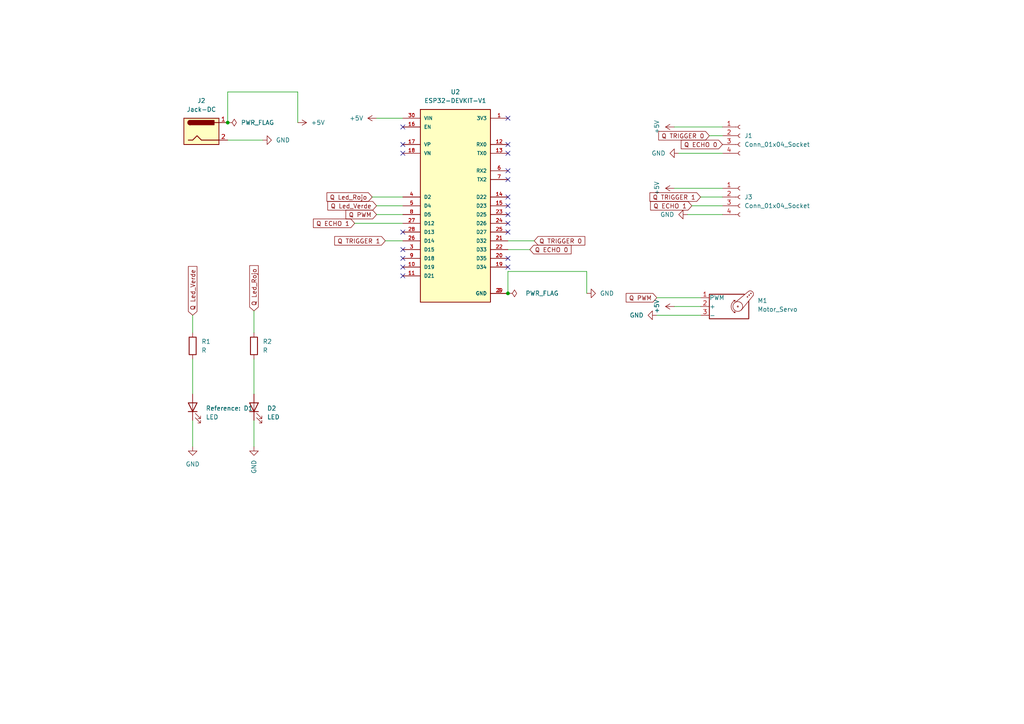
<source format=kicad_sch>
(kicad_sch (version 20230121) (generator eeschema)

  (uuid 752c87ae-885d-4a91-83b0-e2a207b71f85)

  (paper "A4")

  (lib_symbols
    (symbol "Connector:Conn_01x04_Socket" (pin_names (offset 1.016) hide) (in_bom yes) (on_board yes)
      (property "Reference" "J" (at 0 5.08 0)
        (effects (font (size 1.27 1.27)))
      )
      (property "Value" "Conn_01x04_Socket" (at 0 -7.62 0)
        (effects (font (size 1.27 1.27)))
      )
      (property "Footprint" "" (at 0 0 0)
        (effects (font (size 1.27 1.27)) hide)
      )
      (property "Datasheet" "~" (at 0 0 0)
        (effects (font (size 1.27 1.27)) hide)
      )
      (property "ki_locked" "" (at 0 0 0)
        (effects (font (size 1.27 1.27)))
      )
      (property "ki_keywords" "connector" (at 0 0 0)
        (effects (font (size 1.27 1.27)) hide)
      )
      (property "ki_description" "Generic connector, single row, 01x04, script generated" (at 0 0 0)
        (effects (font (size 1.27 1.27)) hide)
      )
      (property "ki_fp_filters" "Connector*:*_1x??_*" (at 0 0 0)
        (effects (font (size 1.27 1.27)) hide)
      )
      (symbol "Conn_01x04_Socket_1_1"
        (arc (start 0 -4.572) (mid -0.5058 -5.08) (end 0 -5.588)
          (stroke (width 0.1524) (type default))
          (fill (type none))
        )
        (arc (start 0 -2.032) (mid -0.5058 -2.54) (end 0 -3.048)
          (stroke (width 0.1524) (type default))
          (fill (type none))
        )
        (polyline
          (pts
            (xy -1.27 -5.08)
            (xy -0.508 -5.08)
          )
          (stroke (width 0.1524) (type default))
          (fill (type none))
        )
        (polyline
          (pts
            (xy -1.27 -2.54)
            (xy -0.508 -2.54)
          )
          (stroke (width 0.1524) (type default))
          (fill (type none))
        )
        (polyline
          (pts
            (xy -1.27 0)
            (xy -0.508 0)
          )
          (stroke (width 0.1524) (type default))
          (fill (type none))
        )
        (polyline
          (pts
            (xy -1.27 2.54)
            (xy -0.508 2.54)
          )
          (stroke (width 0.1524) (type default))
          (fill (type none))
        )
        (arc (start 0 0.508) (mid -0.5058 0) (end 0 -0.508)
          (stroke (width 0.1524) (type default))
          (fill (type none))
        )
        (arc (start 0 3.048) (mid -0.5058 2.54) (end 0 2.032)
          (stroke (width 0.1524) (type default))
          (fill (type none))
        )
        (pin passive line (at -5.08 2.54 0) (length 3.81)
          (name "Pin_1" (effects (font (size 1.27 1.27))))
          (number "1" (effects (font (size 1.27 1.27))))
        )
        (pin passive line (at -5.08 0 0) (length 3.81)
          (name "Pin_2" (effects (font (size 1.27 1.27))))
          (number "2" (effects (font (size 1.27 1.27))))
        )
        (pin passive line (at -5.08 -2.54 0) (length 3.81)
          (name "Pin_3" (effects (font (size 1.27 1.27))))
          (number "3" (effects (font (size 1.27 1.27))))
        )
        (pin passive line (at -5.08 -5.08 0) (length 3.81)
          (name "Pin_4" (effects (font (size 1.27 1.27))))
          (number "4" (effects (font (size 1.27 1.27))))
        )
      )
    )
    (symbol "Connector:Jack-DC" (pin_names (offset 1.016)) (in_bom yes) (on_board yes)
      (property "Reference" "J" (at 0 5.334 0)
        (effects (font (size 1.27 1.27)))
      )
      (property "Value" "Jack-DC" (at 0 -5.08 0)
        (effects (font (size 1.27 1.27)))
      )
      (property "Footprint" "" (at 1.27 -1.016 0)
        (effects (font (size 1.27 1.27)) hide)
      )
      (property "Datasheet" "~" (at 1.27 -1.016 0)
        (effects (font (size 1.27 1.27)) hide)
      )
      (property "ki_keywords" "DC power barrel jack connector" (at 0 0 0)
        (effects (font (size 1.27 1.27)) hide)
      )
      (property "ki_description" "DC Barrel Jack" (at 0 0 0)
        (effects (font (size 1.27 1.27)) hide)
      )
      (property "ki_fp_filters" "BarrelJack*" (at 0 0 0)
        (effects (font (size 1.27 1.27)) hide)
      )
      (symbol "Jack-DC_0_1"
        (rectangle (start -5.08 3.81) (end 5.08 -3.81)
          (stroke (width 0.254) (type default))
          (fill (type background))
        )
        (arc (start -3.302 3.175) (mid -3.9343 2.54) (end -3.302 1.905)
          (stroke (width 0.254) (type default))
          (fill (type none))
        )
        (arc (start -3.302 3.175) (mid -3.9343 2.54) (end -3.302 1.905)
          (stroke (width 0.254) (type default))
          (fill (type outline))
        )
        (polyline
          (pts
            (xy 5.08 2.54)
            (xy 3.81 2.54)
          )
          (stroke (width 0.254) (type default))
          (fill (type none))
        )
        (polyline
          (pts
            (xy -3.81 -2.54)
            (xy -2.54 -2.54)
            (xy -1.27 -1.27)
            (xy 0 -2.54)
            (xy 2.54 -2.54)
            (xy 5.08 -2.54)
          )
          (stroke (width 0.254) (type default))
          (fill (type none))
        )
        (rectangle (start 3.683 3.175) (end -3.302 1.905)
          (stroke (width 0.254) (type default))
          (fill (type outline))
        )
      )
      (symbol "Jack-DC_1_1"
        (pin passive line (at 7.62 2.54 180) (length 2.54)
          (name "~" (effects (font (size 1.27 1.27))))
          (number "1" (effects (font (size 1.27 1.27))))
        )
        (pin passive line (at 7.62 -2.54 180) (length 2.54)
          (name "~" (effects (font (size 1.27 1.27))))
          (number "2" (effects (font (size 1.27 1.27))))
        )
      )
    )
    (symbol "Device:LED" (pin_numbers hide) (pin_names (offset 1.016) hide) (in_bom yes) (on_board yes)
      (property "Reference" "D" (at 0 2.54 0)
        (effects (font (size 1.27 1.27)))
      )
      (property "Value" "LED" (at 0 -2.54 0)
        (effects (font (size 1.27 1.27)))
      )
      (property "Footprint" "" (at 0 0 0)
        (effects (font (size 1.27 1.27)) hide)
      )
      (property "Datasheet" "~" (at 0 0 0)
        (effects (font (size 1.27 1.27)) hide)
      )
      (property "ki_keywords" "LED diode" (at 0 0 0)
        (effects (font (size 1.27 1.27)) hide)
      )
      (property "ki_description" "Light emitting diode" (at 0 0 0)
        (effects (font (size 1.27 1.27)) hide)
      )
      (property "ki_fp_filters" "LED* LED_SMD:* LED_THT:*" (at 0 0 0)
        (effects (font (size 1.27 1.27)) hide)
      )
      (symbol "LED_0_1"
        (polyline
          (pts
            (xy -1.27 -1.27)
            (xy -1.27 1.27)
          )
          (stroke (width 0.254) (type default))
          (fill (type none))
        )
        (polyline
          (pts
            (xy -1.27 0)
            (xy 1.27 0)
          )
          (stroke (width 0) (type default))
          (fill (type none))
        )
        (polyline
          (pts
            (xy 1.27 -1.27)
            (xy 1.27 1.27)
            (xy -1.27 0)
            (xy 1.27 -1.27)
          )
          (stroke (width 0.254) (type default))
          (fill (type none))
        )
        (polyline
          (pts
            (xy -3.048 -0.762)
            (xy -4.572 -2.286)
            (xy -3.81 -2.286)
            (xy -4.572 -2.286)
            (xy -4.572 -1.524)
          )
          (stroke (width 0) (type default))
          (fill (type none))
        )
        (polyline
          (pts
            (xy -1.778 -0.762)
            (xy -3.302 -2.286)
            (xy -2.54 -2.286)
            (xy -3.302 -2.286)
            (xy -3.302 -1.524)
          )
          (stroke (width 0) (type default))
          (fill (type none))
        )
      )
      (symbol "LED_1_1"
        (pin passive line (at -3.81 0 0) (length 2.54)
          (name "K" (effects (font (size 1.27 1.27))))
          (number "1" (effects (font (size 1.27 1.27))))
        )
        (pin passive line (at 3.81 0 180) (length 2.54)
          (name "A" (effects (font (size 1.27 1.27))))
          (number "2" (effects (font (size 1.27 1.27))))
        )
      )
    )
    (symbol "Device:R" (pin_numbers hide) (pin_names (offset 0)) (in_bom yes) (on_board yes)
      (property "Reference" "R" (at 2.032 0 90)
        (effects (font (size 1.27 1.27)))
      )
      (property "Value" "R" (at 0 0 90)
        (effects (font (size 1.27 1.27)))
      )
      (property "Footprint" "" (at -1.778 0 90)
        (effects (font (size 1.27 1.27)) hide)
      )
      (property "Datasheet" "~" (at 0 0 0)
        (effects (font (size 1.27 1.27)) hide)
      )
      (property "ki_keywords" "R res resistor" (at 0 0 0)
        (effects (font (size 1.27 1.27)) hide)
      )
      (property "ki_description" "Resistor" (at 0 0 0)
        (effects (font (size 1.27 1.27)) hide)
      )
      (property "ki_fp_filters" "R_*" (at 0 0 0)
        (effects (font (size 1.27 1.27)) hide)
      )
      (symbol "R_0_1"
        (rectangle (start -1.016 -2.54) (end 1.016 2.54)
          (stroke (width 0.254) (type default))
          (fill (type none))
        )
      )
      (symbol "R_1_1"
        (pin passive line (at 0 3.81 270) (length 1.27)
          (name "~" (effects (font (size 1.27 1.27))))
          (number "1" (effects (font (size 1.27 1.27))))
        )
        (pin passive line (at 0 -3.81 90) (length 1.27)
          (name "~" (effects (font (size 1.27 1.27))))
          (number "2" (effects (font (size 1.27 1.27))))
        )
      )
    )
    (symbol "ESP32-DEVKIT-V1:ESP32-DEVKIT-V1" (pin_names (offset 1.016)) (in_bom yes) (on_board yes)
      (property "Reference" "U" (at -10.16 30.48 0)
        (effects (font (size 1.27 1.27)) (justify left bottom))
      )
      (property "Value" "ESP32-DEVKIT-V1" (at -10.16 -30.48 0)
        (effects (font (size 1.27 1.27)) (justify left bottom))
      )
      (property "Footprint" "MODULE_ESP32_DEVKIT_V1" (at 0 0 0)
        (effects (font (size 1.27 1.27)) (justify left bottom) hide)
      )
      (property "Datasheet" "" (at 0 0 0)
        (effects (font (size 1.27 1.27)) (justify left bottom) hide)
      )
      (property "MF" "Do it" (at 0 0 0)
        (effects (font (size 1.27 1.27)) (justify left bottom) hide)
      )
      (property "MAXIMUM_PACKAGE_HEIGHT" "6.8 mm" (at 0 0 0)
        (effects (font (size 1.27 1.27)) (justify left bottom) hide)
      )
      (property "Package" "None" (at 0 0 0)
        (effects (font (size 1.27 1.27)) (justify left bottom) hide)
      )
      (property "Price" "None" (at 0 0 0)
        (effects (font (size 1.27 1.27)) (justify left bottom) hide)
      )
      (property "Check_prices" "https://www.snapeda.com/parts/ESP32-DEVKIT-V1/Do+it/view-part/?ref=eda" (at 0 0 0)
        (effects (font (size 1.27 1.27)) (justify left bottom) hide)
      )
      (property "STANDARD" "Manufacturer Recommendations" (at 0 0 0)
        (effects (font (size 1.27 1.27)) (justify left bottom) hide)
      )
      (property "PARTREV" "N/A" (at 0 0 0)
        (effects (font (size 1.27 1.27)) (justify left bottom) hide)
      )
      (property "SnapEDA_Link" "https://www.snapeda.com/parts/ESP32-DEVKIT-V1/Do+it/view-part/?ref=snap" (at 0 0 0)
        (effects (font (size 1.27 1.27)) (justify left bottom) hide)
      )
      (property "MP" "ESP32-DEVKIT-V1" (at 0 0 0)
        (effects (font (size 1.27 1.27)) (justify left bottom) hide)
      )
      (property "Description" "\\nDual core, Wi-Fi: 2.4 GHz up to 150 Mbits/s,BLE (Bluetooth Low Energy) and legacy Bluetooth, 32 bits, Up to 240 MHz\\n" (at 0 0 0)
        (effects (font (size 1.27 1.27)) (justify left bottom) hide)
      )
      (property "Availability" "Not in stock" (at 0 0 0)
        (effects (font (size 1.27 1.27)) (justify left bottom) hide)
      )
      (property "MANUFACTURER" "DOIT" (at 0 0 0)
        (effects (font (size 1.27 1.27)) (justify left bottom) hide)
      )
      (property "ki_locked" "" (at 0 0 0)
        (effects (font (size 1.27 1.27)))
      )
      (symbol "ESP32-DEVKIT-V1_0_0"
        (rectangle (start -10.16 -27.94) (end 10.16 27.94)
          (stroke (width 0.254) (type solid))
          (fill (type background))
        )
        (pin output line (at 15.24 25.4 180) (length 5.08)
          (name "3V3" (effects (font (size 1.016 1.016))))
          (number "1" (effects (font (size 1.016 1.016))))
        )
        (pin bidirectional line (at -15.24 -17.78 0) (length 5.08)
          (name "D19" (effects (font (size 1.016 1.016))))
          (number "10" (effects (font (size 1.016 1.016))))
        )
        (pin bidirectional line (at -15.24 -20.32 0) (length 5.08)
          (name "D21" (effects (font (size 1.016 1.016))))
          (number "11" (effects (font (size 1.016 1.016))))
        )
        (pin input line (at 15.24 17.78 180) (length 5.08)
          (name "RX0" (effects (font (size 1.016 1.016))))
          (number "12" (effects (font (size 1.016 1.016))))
        )
        (pin output line (at 15.24 15.24 180) (length 5.08)
          (name "TX0" (effects (font (size 1.016 1.016))))
          (number "13" (effects (font (size 1.016 1.016))))
        )
        (pin bidirectional line (at 15.24 2.54 180) (length 5.08)
          (name "D22" (effects (font (size 1.016 1.016))))
          (number "14" (effects (font (size 1.016 1.016))))
        )
        (pin bidirectional line (at 15.24 0 180) (length 5.08)
          (name "D23" (effects (font (size 1.016 1.016))))
          (number "15" (effects (font (size 1.016 1.016))))
        )
        (pin input line (at -15.24 22.86 0) (length 5.08)
          (name "EN" (effects (font (size 1.016 1.016))))
          (number "16" (effects (font (size 1.016 1.016))))
        )
        (pin bidirectional line (at -15.24 17.78 0) (length 5.08)
          (name "VP" (effects (font (size 1.016 1.016))))
          (number "17" (effects (font (size 1.016 1.016))))
        )
        (pin bidirectional line (at -15.24 15.24 0) (length 5.08)
          (name "VN" (effects (font (size 1.016 1.016))))
          (number "18" (effects (font (size 1.016 1.016))))
        )
        (pin bidirectional line (at 15.24 -17.78 180) (length 5.08)
          (name "D34" (effects (font (size 1.016 1.016))))
          (number "19" (effects (font (size 1.016 1.016))))
        )
        (pin power_in line (at 15.24 -25.4 180) (length 5.08)
          (name "GND" (effects (font (size 1.016 1.016))))
          (number "2" (effects (font (size 1.016 1.016))))
        )
        (pin bidirectional line (at 15.24 -15.24 180) (length 5.08)
          (name "D35" (effects (font (size 1.016 1.016))))
          (number "20" (effects (font (size 1.016 1.016))))
        )
        (pin bidirectional line (at 15.24 -10.16 180) (length 5.08)
          (name "D32" (effects (font (size 1.016 1.016))))
          (number "21" (effects (font (size 1.016 1.016))))
        )
        (pin bidirectional line (at 15.24 -12.7 180) (length 5.08)
          (name "D33" (effects (font (size 1.016 1.016))))
          (number "22" (effects (font (size 1.016 1.016))))
        )
        (pin bidirectional line (at 15.24 -2.54 180) (length 5.08)
          (name "D25" (effects (font (size 1.016 1.016))))
          (number "23" (effects (font (size 1.016 1.016))))
        )
        (pin bidirectional line (at 15.24 -5.08 180) (length 5.08)
          (name "D26" (effects (font (size 1.016 1.016))))
          (number "24" (effects (font (size 1.016 1.016))))
        )
        (pin bidirectional line (at 15.24 -7.62 180) (length 5.08)
          (name "D27" (effects (font (size 1.016 1.016))))
          (number "25" (effects (font (size 1.016 1.016))))
        )
        (pin bidirectional line (at -15.24 -10.16 0) (length 5.08)
          (name "D14" (effects (font (size 1.016 1.016))))
          (number "26" (effects (font (size 1.016 1.016))))
        )
        (pin bidirectional line (at -15.24 -5.08 0) (length 5.08)
          (name "D12" (effects (font (size 1.016 1.016))))
          (number "27" (effects (font (size 1.016 1.016))))
        )
        (pin bidirectional line (at -15.24 -7.62 0) (length 5.08)
          (name "D13" (effects (font (size 1.016 1.016))))
          (number "28" (effects (font (size 1.016 1.016))))
        )
        (pin power_in line (at 15.24 -25.4 180) (length 5.08)
          (name "GND" (effects (font (size 1.016 1.016))))
          (number "29" (effects (font (size 1.016 1.016))))
        )
        (pin bidirectional line (at -15.24 -12.7 0) (length 5.08)
          (name "D15" (effects (font (size 1.016 1.016))))
          (number "3" (effects (font (size 1.016 1.016))))
        )
        (pin input line (at -15.24 25.4 0) (length 5.08)
          (name "VIN" (effects (font (size 1.016 1.016))))
          (number "30" (effects (font (size 1.016 1.016))))
        )
        (pin bidirectional line (at -15.24 2.54 0) (length 5.08)
          (name "D2" (effects (font (size 1.016 1.016))))
          (number "4" (effects (font (size 1.016 1.016))))
        )
        (pin bidirectional line (at -15.24 0 0) (length 5.08)
          (name "D4" (effects (font (size 1.016 1.016))))
          (number "5" (effects (font (size 1.016 1.016))))
        )
        (pin input line (at 15.24 10.16 180) (length 5.08)
          (name "RX2" (effects (font (size 1.016 1.016))))
          (number "6" (effects (font (size 1.016 1.016))))
        )
        (pin output line (at 15.24 7.62 180) (length 5.08)
          (name "TX2" (effects (font (size 1.016 1.016))))
          (number "7" (effects (font (size 1.016 1.016))))
        )
        (pin bidirectional line (at -15.24 -2.54 0) (length 5.08)
          (name "D5" (effects (font (size 1.016 1.016))))
          (number "8" (effects (font (size 1.016 1.016))))
        )
        (pin bidirectional line (at -15.24 -15.24 0) (length 5.08)
          (name "D18" (effects (font (size 1.016 1.016))))
          (number "9" (effects (font (size 1.016 1.016))))
        )
      )
    )
    (symbol "Motor:Motor_Servo" (pin_names (offset 0.0254)) (in_bom yes) (on_board yes)
      (property "Reference" "M" (at -5.08 4.445 0)
        (effects (font (size 1.27 1.27)) (justify left))
      )
      (property "Value" "Motor_Servo" (at -5.08 -4.064 0)
        (effects (font (size 1.27 1.27)) (justify left top))
      )
      (property "Footprint" "" (at 0 -4.826 0)
        (effects (font (size 1.27 1.27)) hide)
      )
      (property "Datasheet" "http://forums.parallax.com/uploads/attachments/46831/74481.png" (at 0 -4.826 0)
        (effects (font (size 1.27 1.27)) hide)
      )
      (property "ki_keywords" "Servo Motor" (at 0 0 0)
        (effects (font (size 1.27 1.27)) hide)
      )
      (property "ki_description" "Servo Motor (Futaba, HiTec, JR connector)" (at 0 0 0)
        (effects (font (size 1.27 1.27)) hide)
      )
      (property "ki_fp_filters" "PinHeader*P2.54mm*" (at 0 0 0)
        (effects (font (size 1.27 1.27)) hide)
      )
      (symbol "Motor_Servo_0_1"
        (polyline
          (pts
            (xy 2.413 -1.778)
            (xy 2.032 -1.778)
          )
          (stroke (width 0) (type default))
          (fill (type none))
        )
        (polyline
          (pts
            (xy 2.413 -1.778)
            (xy 2.286 -1.397)
          )
          (stroke (width 0) (type default))
          (fill (type none))
        )
        (polyline
          (pts
            (xy 2.413 1.778)
            (xy 1.905 1.778)
          )
          (stroke (width 0) (type default))
          (fill (type none))
        )
        (polyline
          (pts
            (xy 2.413 1.778)
            (xy 2.286 1.397)
          )
          (stroke (width 0) (type default))
          (fill (type none))
        )
        (polyline
          (pts
            (xy 6.35 4.445)
            (xy 2.54 1.27)
          )
          (stroke (width 0) (type default))
          (fill (type none))
        )
        (polyline
          (pts
            (xy 7.62 3.175)
            (xy 4.191 -1.016)
          )
          (stroke (width 0) (type default))
          (fill (type none))
        )
        (polyline
          (pts
            (xy 5.08 3.556)
            (xy -5.08 3.556)
            (xy -5.08 -3.556)
            (xy 6.35 -3.556)
            (xy 6.35 1.524)
          )
          (stroke (width 0.254) (type default))
          (fill (type none))
        )
        (arc (start 2.413 1.778) (mid 1.2406 0) (end 2.413 -1.778)
          (stroke (width 0) (type default))
          (fill (type none))
        )
        (circle (center 3.175 0) (radius 0.1778)
          (stroke (width 0) (type default))
          (fill (type none))
        )
        (circle (center 3.175 0) (radius 1.4224)
          (stroke (width 0) (type default))
          (fill (type none))
        )
        (circle (center 5.969 2.794) (radius 0.127)
          (stroke (width 0) (type default))
          (fill (type none))
        )
        (circle (center 6.477 3.302) (radius 0.127)
          (stroke (width 0) (type default))
          (fill (type none))
        )
        (circle (center 6.985 3.81) (radius 0.127)
          (stroke (width 0) (type default))
          (fill (type none))
        )
        (arc (start 7.62 3.175) (mid 7.4485 4.2735) (end 6.35 4.445)
          (stroke (width 0) (type default))
          (fill (type none))
        )
      )
      (symbol "Motor_Servo_1_1"
        (pin passive line (at -7.62 2.54 0) (length 2.54)
          (name "PWM" (effects (font (size 1.27 1.27))))
          (number "1" (effects (font (size 1.27 1.27))))
        )
        (pin passive line (at -7.62 0 0) (length 2.54)
          (name "+" (effects (font (size 1.27 1.27))))
          (number "2" (effects (font (size 1.27 1.27))))
        )
        (pin passive line (at -7.62 -2.54 0) (length 2.54)
          (name "-" (effects (font (size 1.27 1.27))))
          (number "3" (effects (font (size 1.27 1.27))))
        )
      )
    )
    (symbol "power:+5V" (power) (pin_names (offset 0)) (in_bom yes) (on_board yes)
      (property "Reference" "#PWR" (at 0 -3.81 0)
        (effects (font (size 1.27 1.27)) hide)
      )
      (property "Value" "+5V" (at 0 3.556 0)
        (effects (font (size 1.27 1.27)))
      )
      (property "Footprint" "" (at 0 0 0)
        (effects (font (size 1.27 1.27)) hide)
      )
      (property "Datasheet" "" (at 0 0 0)
        (effects (font (size 1.27 1.27)) hide)
      )
      (property "ki_keywords" "global power" (at 0 0 0)
        (effects (font (size 1.27 1.27)) hide)
      )
      (property "ki_description" "Power symbol creates a global label with name \"+5V\"" (at 0 0 0)
        (effects (font (size 1.27 1.27)) hide)
      )
      (symbol "+5V_0_1"
        (polyline
          (pts
            (xy -0.762 1.27)
            (xy 0 2.54)
          )
          (stroke (width 0) (type default))
          (fill (type none))
        )
        (polyline
          (pts
            (xy 0 0)
            (xy 0 2.54)
          )
          (stroke (width 0) (type default))
          (fill (type none))
        )
        (polyline
          (pts
            (xy 0 2.54)
            (xy 0.762 1.27)
          )
          (stroke (width 0) (type default))
          (fill (type none))
        )
      )
      (symbol "+5V_1_1"
        (pin power_in line (at 0 0 90) (length 0) hide
          (name "+5V" (effects (font (size 1.27 1.27))))
          (number "1" (effects (font (size 1.27 1.27))))
        )
      )
    )
    (symbol "power:GND" (power) (pin_names (offset 0)) (in_bom yes) (on_board yes)
      (property "Reference" "#PWR" (at 0 -6.35 0)
        (effects (font (size 1.27 1.27)) hide)
      )
      (property "Value" "GND" (at 0 -3.81 0)
        (effects (font (size 1.27 1.27)))
      )
      (property "Footprint" "" (at 0 0 0)
        (effects (font (size 1.27 1.27)) hide)
      )
      (property "Datasheet" "" (at 0 0 0)
        (effects (font (size 1.27 1.27)) hide)
      )
      (property "ki_keywords" "global power" (at 0 0 0)
        (effects (font (size 1.27 1.27)) hide)
      )
      (property "ki_description" "Power symbol creates a global label with name \"GND\" , ground" (at 0 0 0)
        (effects (font (size 1.27 1.27)) hide)
      )
      (symbol "GND_0_1"
        (polyline
          (pts
            (xy 0 0)
            (xy 0 -1.27)
            (xy 1.27 -1.27)
            (xy 0 -2.54)
            (xy -1.27 -1.27)
            (xy 0 -1.27)
          )
          (stroke (width 0) (type default))
          (fill (type none))
        )
      )
      (symbol "GND_1_1"
        (pin power_in line (at 0 0 270) (length 0) hide
          (name "GND" (effects (font (size 1.27 1.27))))
          (number "1" (effects (font (size 1.27 1.27))))
        )
      )
    )
    (symbol "power:PWR_FLAG" (power) (pin_numbers hide) (pin_names (offset 0) hide) (in_bom yes) (on_board yes)
      (property "Reference" "#FLG" (at 0 1.905 0)
        (effects (font (size 1.27 1.27)) hide)
      )
      (property "Value" "PWR_FLAG" (at 0 3.81 0)
        (effects (font (size 1.27 1.27)))
      )
      (property "Footprint" "" (at 0 0 0)
        (effects (font (size 1.27 1.27)) hide)
      )
      (property "Datasheet" "~" (at 0 0 0)
        (effects (font (size 1.27 1.27)) hide)
      )
      (property "ki_keywords" "flag power" (at 0 0 0)
        (effects (font (size 1.27 1.27)) hide)
      )
      (property "ki_description" "Special symbol for telling ERC where power comes from" (at 0 0 0)
        (effects (font (size 1.27 1.27)) hide)
      )
      (symbol "PWR_FLAG_0_0"
        (pin power_out line (at 0 0 90) (length 0)
          (name "pwr" (effects (font (size 1.27 1.27))))
          (number "1" (effects (font (size 1.27 1.27))))
        )
      )
      (symbol "PWR_FLAG_0_1"
        (polyline
          (pts
            (xy 0 0)
            (xy 0 1.27)
            (xy -1.016 1.905)
            (xy 0 2.54)
            (xy 1.016 1.905)
            (xy 0 1.27)
          )
          (stroke (width 0) (type default))
          (fill (type none))
        )
      )
    )
  )

  (junction (at 147.32 85.09) (diameter 0) (color 0 0 0 0)
    (uuid 2eb95cee-e6ed-419d-9c9f-385bfa77f78a)
  )
  (junction (at 66.04 35.56) (diameter 0) (color 0 0 0 0)
    (uuid b6ba83d8-c367-485f-9a2e-77e1d585ead2)
  )

  (no_connect (at 147.32 67.31) (uuid 01df4ea7-359a-47a5-a78b-757a6bcd39b4))
  (no_connect (at 116.84 80.01) (uuid 0585f34e-c458-494c-9462-cda4da258a25))
  (no_connect (at 116.84 41.91) (uuid 15bdf3f2-9eb7-4ef4-a38b-66fdae2b312c))
  (no_connect (at 116.84 72.39) (uuid 1697e88f-a51d-4629-9d3d-118a0cf2b0ed))
  (no_connect (at 147.32 77.47) (uuid 1e6f2ee6-aecf-49e9-9e1b-90b3cf6c471b))
  (no_connect (at 147.32 52.07) (uuid 2891ab9c-9b3f-4121-a7d2-cdc302c5f295))
  (no_connect (at 147.32 74.93) (uuid 4c00a605-2128-4f1c-a57e-633b4524c261))
  (no_connect (at 147.32 44.45) (uuid 4de9fa98-423d-4de4-ac26-206d8f7e868b))
  (no_connect (at 147.32 34.29) (uuid 5829c42a-e138-4084-b3dd-c7fed6465229))
  (no_connect (at 147.32 49.53) (uuid 6b96b081-9289-45e3-8863-3b1633c59e19))
  (no_connect (at 116.84 44.45) (uuid 7e84fc19-f554-4862-9b4a-3abdb91fc012))
  (no_connect (at 116.84 36.83) (uuid 88ed87fe-643f-4c52-8046-f726b72376a5))
  (no_connect (at 116.84 74.93) (uuid 892813e0-cb79-4488-a4f7-fcdb04f10a52))
  (no_connect (at 116.84 77.47) (uuid 98996361-a501-4a5f-8ed3-c8eb45a7cba3))
  (no_connect (at 147.32 62.23) (uuid 9c4ef5ff-69ea-44da-a682-e24fc92f7735))
  (no_connect (at 147.32 57.15) (uuid aa94f19c-1aa8-4abf-b37d-a8389fb77a71))
  (no_connect (at 147.32 59.69) (uuid b0905f72-0e4d-44b3-ba7c-ef9462aa37f9))
  (no_connect (at 116.84 67.31) (uuid c41821c2-1160-4de9-bdc2-06fe3fcc9040))
  (no_connect (at 147.32 64.77) (uuid ddf9d28a-cfd7-474d-ae19-440eac7de6d7))
  (no_connect (at 147.32 41.91) (uuid eae17e47-623e-4775-9f95-fd012f2ca221))

  (wire (pts (xy 66.04 26.67) (xy 86.36 26.67))
    (stroke (width 0) (type default))
    (uuid 07dcd0ca-a189-45b6-9724-20414bf2fe59)
  )
  (wire (pts (xy 102.87 64.77) (xy 116.84 64.77))
    (stroke (width 0) (type default))
    (uuid 0dd1647e-14a5-48f7-bb82-39a8973186e8)
  )
  (wire (pts (xy 190.5 91.44) (xy 203.2 91.44))
    (stroke (width 0) (type default))
    (uuid 123b09b0-a6c8-421d-ba8c-0fb545c1790f)
  )
  (wire (pts (xy 86.36 26.67) (xy 86.36 35.56))
    (stroke (width 0) (type default))
    (uuid 132c63bf-dca8-43fc-ac52-6c7f699e9242)
  )
  (wire (pts (xy 195.58 36.83) (xy 209.55 36.83))
    (stroke (width 0) (type default))
    (uuid 1358438e-9743-4f44-ad7e-8fc4364563a0)
  )
  (wire (pts (xy 109.22 62.23) (xy 116.84 62.23))
    (stroke (width 0) (type default))
    (uuid 2337e2b6-69e5-4b03-8c26-bd4ad05440e6)
  )
  (wire (pts (xy 205.74 39.37) (xy 209.55 39.37))
    (stroke (width 0) (type default))
    (uuid 2345e0dd-80a1-4e4a-bf84-5b4aa5b70b7e)
  )
  (wire (pts (xy 195.58 54.61) (xy 209.55 54.61))
    (stroke (width 0) (type default))
    (uuid 2357f210-1188-482f-99be-77ccb25def10)
  )
  (wire (pts (xy 107.95 57.15) (xy 116.84 57.15))
    (stroke (width 0) (type default))
    (uuid 2438cf39-397e-43e0-a2f2-c4540de210e4)
  )
  (wire (pts (xy 109.22 34.29) (xy 116.84 34.29))
    (stroke (width 0) (type default))
    (uuid 27ffa645-bc4a-4dec-a0f3-60feafdda7b9)
  )
  (wire (pts (xy 195.58 88.9) (xy 203.2 88.9))
    (stroke (width 0) (type default))
    (uuid 28931126-0929-4a88-8de0-d9ed5c2b8c92)
  )
  (wire (pts (xy 170.18 78.74) (xy 147.32 78.74))
    (stroke (width 0) (type default))
    (uuid 29d8bb82-d079-4ec5-b847-df2714421449)
  )
  (wire (pts (xy 200.66 59.69) (xy 209.55 59.69))
    (stroke (width 0) (type default))
    (uuid 3d1831c9-8730-44fb-8bb2-e3a34d7678b9)
  )
  (wire (pts (xy 147.32 72.39) (xy 153.67 72.39))
    (stroke (width 0) (type default))
    (uuid 40e1e1e2-96fe-407e-b116-3460cdcfcfa7)
  )
  (wire (pts (xy 66.04 26.67) (xy 66.04 35.56))
    (stroke (width 0) (type default))
    (uuid 45b42162-5f1f-4575-98ed-91cc7507c5bf)
  )
  (wire (pts (xy 66.04 40.64) (xy 76.2 40.64))
    (stroke (width 0) (type default))
    (uuid 5c6ec7f9-c0ab-4443-82b0-7c30972a72ba)
  )
  (wire (pts (xy 73.66 121.92) (xy 73.66 129.54))
    (stroke (width 0) (type default))
    (uuid 6d92f239-9f59-4966-b865-d5d6583703f3)
  )
  (wire (pts (xy 170.18 78.74) (xy 170.18 85.09))
    (stroke (width 0) (type default))
    (uuid 72a79c07-c60e-466a-ba2a-c0ea6c8a5522)
  )
  (wire (pts (xy 199.39 62.23) (xy 209.55 62.23))
    (stroke (width 0) (type default))
    (uuid 781dc2e2-0d89-4b25-bebf-ec95ae464aa7)
  )
  (wire (pts (xy 73.66 90.17) (xy 73.66 96.52))
    (stroke (width 0) (type default))
    (uuid 7a204b45-e627-46e9-979e-0e27c9f8b12f)
  )
  (wire (pts (xy 190.5 86.36) (xy 203.2 86.36))
    (stroke (width 0) (type default))
    (uuid 7b21e7d0-cea5-4237-bd78-a6d57b05e219)
  )
  (wire (pts (xy 55.88 121.92) (xy 55.88 129.54))
    (stroke (width 0) (type default))
    (uuid 9829c20f-6d89-43f5-a794-bf11afa53339)
  )
  (wire (pts (xy 73.66 104.14) (xy 73.66 114.3))
    (stroke (width 0) (type default))
    (uuid a7ee5e1c-3521-44c1-aad9-7a9911c030b7)
  )
  (wire (pts (xy 203.2 57.15) (xy 209.55 57.15))
    (stroke (width 0) (type default))
    (uuid acf6cf44-b9f4-4c22-8e45-63e91cc4191e)
  )
  (wire (pts (xy 55.88 104.14) (xy 55.88 114.3))
    (stroke (width 0) (type default))
    (uuid bd0c775f-98c4-433c-a420-97f1153cd139)
  )
  (wire (pts (xy 147.32 78.74) (xy 147.32 85.09))
    (stroke (width 0) (type default))
    (uuid c45bb2c8-b209-455b-94ca-57c60f79b06e)
  )
  (wire (pts (xy 111.76 69.85) (xy 116.84 69.85))
    (stroke (width 0) (type default))
    (uuid cf4f78c9-a828-4aa3-b91a-349cd3202c4c)
  )
  (wire (pts (xy 109.22 59.69) (xy 116.84 59.69))
    (stroke (width 0) (type default))
    (uuid cfca65a9-cb5e-43f9-8e9d-8c4846ca6ac5)
  )
  (wire (pts (xy 196.85 44.45) (xy 209.55 44.45))
    (stroke (width 0) (type default))
    (uuid d469f038-aa9c-4e26-b9ae-157cc751f54a)
  )
  (wire (pts (xy 147.32 69.85) (xy 154.94 69.85))
    (stroke (width 0) (type default))
    (uuid d51eb94e-8afc-425f-bb28-2136f7f97724)
  )
  (wire (pts (xy 55.88 91.44) (xy 55.88 96.52))
    (stroke (width 0) (type default))
    (uuid ee75276c-0b94-4208-83c8-0cbc1d95dbd3)
  )

  (global_label "Q ECHO 1" (shape input) (at 102.87 64.77 180) (fields_autoplaced)
    (effects (font (size 1.27 1.27)) (justify right))
    (uuid 1a48b1a0-afb2-4385-aa75-62ba479f6e9a)
    (property "Intersheetrefs" "${INTERSHEET_REFS}" (at 90.3296 64.77 0)
      (effects (font (size 1.27 1.27)) (justify right) hide)
    )
  )
  (global_label "Q Led_Rojo" (shape input) (at 73.66 90.17 90) (fields_autoplaced)
    (effects (font (size 1.27 1.27)) (justify left))
    (uuid 28ff31ca-d5fe-4567-a9d9-b1ed84d85f8e)
    (property "Intersheetrefs" "${INTERSHEET_REFS}" (at 73.66 76.4806 90)
      (effects (font (size 1.27 1.27)) (justify left) hide)
    )
  )
  (global_label "Q PWM" (shape input) (at 109.22 62.23 180) (fields_autoplaced)
    (effects (font (size 1.27 1.27)) (justify right))
    (uuid 2aa11377-9108-47db-b9cf-902f4a83b1fa)
    (property "Intersheetrefs" "${INTERSHEET_REFS}" (at 99.7639 62.23 0)
      (effects (font (size 1.27 1.27)) (justify right) hide)
    )
  )
  (global_label "Q Led_Verde" (shape input) (at 55.88 91.44 90) (fields_autoplaced)
    (effects (font (size 1.27 1.27)) (justify left))
    (uuid 4124315d-dd57-4a5c-8c9c-a8cedb7db993)
    (property "Intersheetrefs" "${INTERSHEET_REFS}" (at 55.88 76.7224 90)
      (effects (font (size 1.27 1.27)) (justify left) hide)
    )
  )
  (global_label "Q PWM" (shape input) (at 190.5 86.36 180) (fields_autoplaced)
    (effects (font (size 1.27 1.27)) (justify right))
    (uuid 6538687b-fe32-4db6-8b26-af916397fc13)
    (property "Intersheetrefs" "${INTERSHEET_REFS}" (at 181.0439 86.36 0)
      (effects (font (size 1.27 1.27)) (justify right) hide)
    )
  )
  (global_label "Q Led_Verde" (shape input) (at 109.22 59.69 180) (fields_autoplaced)
    (effects (font (size 1.27 1.27)) (justify right))
    (uuid 81b479bf-17ed-4d1a-a9b3-3fa16f78ab5c)
    (property "Intersheetrefs" "${INTERSHEET_REFS}" (at 94.5024 59.69 0)
      (effects (font (size 1.27 1.27)) (justify right) hide)
    )
  )
  (global_label "Q Led_Rojo" (shape input) (at 107.95 57.15 180) (fields_autoplaced)
    (effects (font (size 1.27 1.27)) (justify right))
    (uuid 84982545-9676-4f02-a1b3-9aa87af468cb)
    (property "Intersheetrefs" "${INTERSHEET_REFS}" (at 94.2606 57.15 0)
      (effects (font (size 1.27 1.27)) (justify right) hide)
    )
  )
  (global_label "Q TRIGGER 1" (shape input) (at 111.76 69.85 180) (fields_autoplaced)
    (effects (font (size 1.27 1.27)) (justify right))
    (uuid 8548d945-1478-4b51-a626-88a9d56507e1)
    (property "Intersheetrefs" "${INTERSHEET_REFS}" (at 96.4982 69.85 0)
      (effects (font (size 1.27 1.27)) (justify right) hide)
    )
  )
  (global_label "Q TRIGGER 0" (shape input) (at 154.94 69.85 0) (fields_autoplaced)
    (effects (font (size 1.27 1.27)) (justify left))
    (uuid 93736cd7-6540-40d5-92e4-97607bf42ad0)
    (property "Intersheetrefs" "${INTERSHEET_REFS}" (at 170.2018 69.85 0)
      (effects (font (size 1.27 1.27)) (justify left) hide)
    )
  )
  (global_label "Q ECHO 0" (shape input) (at 209.55 41.91 180) (fields_autoplaced)
    (effects (font (size 1.27 1.27)) (justify right))
    (uuid 9c37fc02-6baa-4bbe-9dae-388868a88e58)
    (property "Intersheetrefs" "${INTERSHEET_REFS}" (at 197.0096 41.91 0)
      (effects (font (size 1.27 1.27)) (justify right) hide)
    )
  )
  (global_label "Q TRIGGER 1" (shape input) (at 203.2 57.15 180) (fields_autoplaced)
    (effects (font (size 1.27 1.27)) (justify right))
    (uuid c8569ec3-37b8-4b24-9fbc-6def9bca06f5)
    (property "Intersheetrefs" "${INTERSHEET_REFS}" (at 187.9382 57.15 0)
      (effects (font (size 1.27 1.27)) (justify right) hide)
    )
  )
  (global_label "Q ECHO 1" (shape input) (at 200.66 59.69 180) (fields_autoplaced)
    (effects (font (size 1.27 1.27)) (justify right))
    (uuid deff43db-97ec-45bd-a54a-9da4c5d81eb8)
    (property "Intersheetrefs" "${INTERSHEET_REFS}" (at 188.1196 59.69 0)
      (effects (font (size 1.27 1.27)) (justify right) hide)
    )
  )
  (global_label "Q TRIGGER 0" (shape input) (at 205.74 39.37 180) (fields_autoplaced)
    (effects (font (size 1.27 1.27)) (justify right))
    (uuid e9a00021-c552-4cb4-a4f3-515b3d3d2e89)
    (property "Intersheetrefs" "${INTERSHEET_REFS}" (at 190.4782 39.37 0)
      (effects (font (size 1.27 1.27)) (justify right) hide)
    )
  )
  (global_label "Q ECHO 0" (shape input) (at 153.67 72.39 0) (fields_autoplaced)
    (effects (font (size 1.27 1.27)) (justify left))
    (uuid f7ccbb8c-da7a-45ab-868a-37fa4fae8a10)
    (property "Intersheetrefs" "${INTERSHEET_REFS}" (at 166.2104 72.39 0)
      (effects (font (size 1.27 1.27)) (justify left) hide)
    )
  )

  (symbol (lib_id "power:GND") (at 73.66 129.54 0) (mirror y) (unit 1)
    (in_bom yes) (on_board yes) (dnp no)
    (uuid 0ad0dc9d-587e-401d-b891-7b331296d217)
    (property "Reference" "#PWR011" (at 73.66 135.89 0)
      (effects (font (size 1.27 1.27)) hide)
    )
    (property "Value" "GND" (at 73.66 133.35 90)
      (effects (font (size 1.27 1.27)) (justify right))
    )
    (property "Footprint" "" (at 73.66 129.54 0)
      (effects (font (size 1.27 1.27)) hide)
    )
    (property "Datasheet" "" (at 73.66 129.54 0)
      (effects (font (size 1.27 1.27)) hide)
    )
    (pin "1" (uuid 72a24fe1-d423-4306-b105-f805c9999dbd))
    (instances
      (project "Esquema KiCad Proyecto"
        (path "/752c87ae-885d-4a91-83b0-e2a207b71f85"
          (reference "#PWR011") (unit 1)
        )
      )
    )
  )

  (symbol (lib_id "power:GND") (at 190.5 91.44 270) (mirror x) (unit 1)
    (in_bom yes) (on_board yes) (dnp no) (fields_autoplaced)
    (uuid 0ea6189c-6a9a-4ad5-85ec-1e218ca2a655)
    (property "Reference" "#PWR08" (at 184.15 91.44 0)
      (effects (font (size 1.27 1.27)) hide)
    )
    (property "Value" "GND" (at 186.69 91.44 90)
      (effects (font (size 1.27 1.27)) (justify right))
    )
    (property "Footprint" "" (at 190.5 91.44 0)
      (effects (font (size 1.27 1.27)) hide)
    )
    (property "Datasheet" "" (at 190.5 91.44 0)
      (effects (font (size 1.27 1.27)) hide)
    )
    (pin "1" (uuid 0670dc3c-70a2-4c32-b461-749ce2eb8691))
    (instances
      (project "Esquema KiCad Proyecto"
        (path "/752c87ae-885d-4a91-83b0-e2a207b71f85"
          (reference "#PWR08") (unit 1)
        )
      )
    )
  )

  (symbol (lib_id "power:PWR_FLAG") (at 147.32 85.09 270) (mirror x) (unit 1)
    (in_bom yes) (on_board yes) (dnp no)
    (uuid 1c1479d6-25ae-4674-a41a-5fbeb816534e)
    (property "Reference" "#FLG02" (at 149.225 85.09 0)
      (effects (font (size 1.27 1.27)) hide)
    )
    (property "Value" "PWR_FLAG" (at 152.4 85.09 90)
      (effects (font (size 1.27 1.27)) (justify left))
    )
    (property "Footprint" "" (at 147.32 85.09 0)
      (effects (font (size 1.27 1.27)) hide)
    )
    (property "Datasheet" "~" (at 147.32 85.09 0)
      (effects (font (size 1.27 1.27)) hide)
    )
    (pin "1" (uuid 54e04a43-ed1f-40e0-bf03-e9d1c0946a4a))
    (instances
      (project "Esquema KiCad Proyecto"
        (path "/752c87ae-885d-4a91-83b0-e2a207b71f85"
          (reference "#FLG02") (unit 1)
        )
      )
    )
  )

  (symbol (lib_id "power:+5V") (at 195.58 54.61 90) (mirror x) (unit 1)
    (in_bom yes) (on_board yes) (dnp no)
    (uuid 2be052d2-e745-4e48-9d11-7753899a86d4)
    (property "Reference" "#PWR05" (at 199.39 54.61 0)
      (effects (font (size 1.27 1.27)) hide)
    )
    (property "Value" "+5V" (at 190.5 54.61 0)
      (effects (font (size 1.27 1.27)))
    )
    (property "Footprint" "" (at 195.58 54.61 0)
      (effects (font (size 1.27 1.27)) hide)
    )
    (property "Datasheet" "" (at 195.58 54.61 0)
      (effects (font (size 1.27 1.27)) hide)
    )
    (pin "1" (uuid 66ce3836-2169-4da5-8ad0-8a2cb1142387))
    (instances
      (project "Esquema KiCad Proyecto"
        (path "/752c87ae-885d-4a91-83b0-e2a207b71f85"
          (reference "#PWR05") (unit 1)
        )
      )
    )
  )

  (symbol (lib_id "power:+5V") (at 109.22 34.29 90) (mirror x) (unit 1)
    (in_bom yes) (on_board yes) (dnp no) (fields_autoplaced)
    (uuid 353d705a-4b7c-4e8d-8600-3e6678e3d3a4)
    (property "Reference" "#PWR010" (at 113.03 34.29 0)
      (effects (font (size 1.27 1.27)) hide)
    )
    (property "Value" "+5V" (at 105.41 34.29 90)
      (effects (font (size 1.27 1.27)) (justify left))
    )
    (property "Footprint" "" (at 109.22 34.29 0)
      (effects (font (size 1.27 1.27)) hide)
    )
    (property "Datasheet" "" (at 109.22 34.29 0)
      (effects (font (size 1.27 1.27)) hide)
    )
    (pin "1" (uuid 64cf64c9-e4e0-4781-8176-321b426ac4fb))
    (instances
      (project "Esquema KiCad Proyecto"
        (path "/752c87ae-885d-4a91-83b0-e2a207b71f85"
          (reference "#PWR010") (unit 1)
        )
      )
    )
  )

  (symbol (lib_id "Device:LED") (at 55.88 118.11 90) (unit 1)
    (in_bom yes) (on_board yes) (dnp no) (fields_autoplaced)
    (uuid 381762e3-6f09-4bde-8001-0e02617dcb74)
    (property "Reference" "D1" (at 59.69 118.4275 90) (show_name)
      (effects (font (size 1.27 1.27)) (justify right))
    )
    (property "Value" "LED" (at 59.69 120.9675 90)
      (effects (font (size 1.27 1.27)) (justify right))
    )
    (property "Footprint" "LED_THT:LED_D1.8mm_W1.8mm_H2.4mm_Horizontal_O1.27mm_Z1.6mm" (at 55.88 118.11 0)
      (effects (font (size 1.27 1.27)) hide)
    )
    (property "Datasheet" "~" (at 55.88 118.11 0)
      (effects (font (size 1.27 1.27)) hide)
    )
    (pin "1" (uuid 7a26c8c8-0996-4882-8d95-2294d6210606))
    (pin "2" (uuid 99882a1f-15e6-40d7-8fbf-d36b13bef3a9))
    (instances
      (project "Esquema KiCad Proyecto"
        (path "/752c87ae-885d-4a91-83b0-e2a207b71f85"
          (reference "D1") (unit 1)
        )
      )
    )
  )

  (symbol (lib_id "power:+5V") (at 195.58 88.9 90) (mirror x) (unit 1)
    (in_bom yes) (on_board yes) (dnp no)
    (uuid 3a958c07-7152-45ed-a1ba-9321190bcdde)
    (property "Reference" "#PWR09" (at 199.39 88.9 0)
      (effects (font (size 1.27 1.27)) hide)
    )
    (property "Value" "+5V" (at 190.5 88.9 0)
      (effects (font (size 1.27 1.27)))
    )
    (property "Footprint" "" (at 195.58 88.9 0)
      (effects (font (size 1.27 1.27)) hide)
    )
    (property "Datasheet" "" (at 195.58 88.9 0)
      (effects (font (size 1.27 1.27)) hide)
    )
    (pin "1" (uuid 26e984dd-ccb1-4968-b206-652ad2a2f7ca))
    (instances
      (project "Esquema KiCad Proyecto"
        (path "/752c87ae-885d-4a91-83b0-e2a207b71f85"
          (reference "#PWR09") (unit 1)
        )
      )
    )
  )

  (symbol (lib_id "Motor:Motor_Servo") (at 210.82 88.9 0) (unit 1)
    (in_bom yes) (on_board yes) (dnp no) (fields_autoplaced)
    (uuid 3b07e4ab-e6ac-4ca2-8ce2-2f8fd814c8bf)
    (property "Reference" "M1" (at 219.71 87.1966 0)
      (effects (font (size 1.27 1.27)) (justify left))
    )
    (property "Value" "Motor_Servo" (at 219.71 89.7366 0)
      (effects (font (size 1.27 1.27)) (justify left))
    )
    (property "Footprint" "Connector_PinHeader_2.54mm:PinHeader_1x03_P2.54mm_Vertical" (at 210.82 93.726 0)
      (effects (font (size 1.27 1.27)) hide)
    )
    (property "Datasheet" "" (at 210.82 93.726 0)
      (effects (font (size 1.27 1.27)) hide)
    )
    (pin "1" (uuid 530669ad-988d-40b5-80af-7c6f11a13244))
    (pin "2" (uuid 3bf3de5e-5c8f-4d1c-840f-259e26722849))
    (pin "3" (uuid d104b408-42d3-401c-88c5-305bd81261d4))
    (instances
      (project "Esquema KiCad Proyecto"
        (path "/752c87ae-885d-4a91-83b0-e2a207b71f85"
          (reference "M1") (unit 1)
        )
      )
    )
  )

  (symbol (lib_id "power:GND") (at 196.85 44.45 270) (mirror x) (unit 1)
    (in_bom yes) (on_board yes) (dnp no) (fields_autoplaced)
    (uuid 52c9a1fc-eb93-4aee-ae96-50bfb4e0987e)
    (property "Reference" "#PWR07" (at 190.5 44.45 0)
      (effects (font (size 1.27 1.27)) hide)
    )
    (property "Value" "GND" (at 193.04 44.45 90)
      (effects (font (size 1.27 1.27)) (justify right))
    )
    (property "Footprint" "" (at 196.85 44.45 0)
      (effects (font (size 1.27 1.27)) hide)
    )
    (property "Datasheet" "" (at 196.85 44.45 0)
      (effects (font (size 1.27 1.27)) hide)
    )
    (pin "1" (uuid bd789fb4-74f6-4b87-8273-d5783caa337c))
    (instances
      (project "Esquema KiCad Proyecto"
        (path "/752c87ae-885d-4a91-83b0-e2a207b71f85"
          (reference "#PWR07") (unit 1)
        )
      )
    )
  )

  (symbol (lib_id "power:GND") (at 76.2 40.64 90) (mirror x) (unit 1)
    (in_bom yes) (on_board yes) (dnp no) (fields_autoplaced)
    (uuid 62f5c27e-67e9-459a-8eb9-1c593dec0094)
    (property "Reference" "#PWR03" (at 82.55 40.64 0)
      (effects (font (size 1.27 1.27)) hide)
    )
    (property "Value" "GND" (at 80.01 40.64 90)
      (effects (font (size 1.27 1.27)) (justify right))
    )
    (property "Footprint" "" (at 76.2 40.64 0)
      (effects (font (size 1.27 1.27)) hide)
    )
    (property "Datasheet" "" (at 76.2 40.64 0)
      (effects (font (size 1.27 1.27)) hide)
    )
    (pin "1" (uuid d84309c4-528a-4f6c-8ca9-0c58a432fbee))
    (instances
      (project "Esquema KiCad Proyecto"
        (path "/752c87ae-885d-4a91-83b0-e2a207b71f85"
          (reference "#PWR03") (unit 1)
        )
      )
    )
  )

  (symbol (lib_id "Connector:Jack-DC") (at 58.42 38.1 0) (unit 1)
    (in_bom yes) (on_board yes) (dnp no) (fields_autoplaced)
    (uuid 6b36e5f3-5a5d-4ca9-b867-3b9dfd3f8c52)
    (property "Reference" "J2" (at 58.42 29.21 0)
      (effects (font (size 1.27 1.27)))
    )
    (property "Value" "Jack-DC" (at 58.42 31.75 0)
      (effects (font (size 1.27 1.27)))
    )
    (property "Footprint" "Connector_BarrelJack:BarrelJack_CUI_PJ-102AH_Horizontal" (at 59.69 39.116 0)
      (effects (font (size 1.27 1.27)) hide)
    )
    (property "Datasheet" "~" (at 59.69 39.116 0)
      (effects (font (size 1.27 1.27)) hide)
    )
    (pin "1" (uuid 160ad6e2-0705-47e4-bcb1-0ab69bee79f3))
    (pin "2" (uuid 9f44536f-0244-43ae-a52f-dd8726debedb))
    (instances
      (project "Esquema KiCad Proyecto"
        (path "/752c87ae-885d-4a91-83b0-e2a207b71f85"
          (reference "J2") (unit 1)
        )
      )
    )
  )

  (symbol (lib_id "Device:R") (at 73.66 100.33 0) (unit 1)
    (in_bom yes) (on_board yes) (dnp no) (fields_autoplaced)
    (uuid 7be54efb-89c1-4b43-b65c-6d95c76a8b40)
    (property "Reference" "R2" (at 76.2 99.06 0)
      (effects (font (size 1.27 1.27)) (justify left))
    )
    (property "Value" "R" (at 76.2 101.6 0)
      (effects (font (size 1.27 1.27)) (justify left))
    )
    (property "Footprint" "Resistor_THT:R_Axial_DIN0411_L9.9mm_D3.6mm_P12.70mm_Horizontal" (at 71.882 100.33 90)
      (effects (font (size 1.27 1.27)) hide)
    )
    (property "Datasheet" "~" (at 73.66 100.33 0)
      (effects (font (size 1.27 1.27)) hide)
    )
    (pin "1" (uuid 565e0eda-0b83-422e-b150-1f875d4bf6ea))
    (pin "2" (uuid 2b850ebb-c065-4751-8517-1afeb4c306dc))
    (instances
      (project "Esquema KiCad Proyecto"
        (path "/752c87ae-885d-4a91-83b0-e2a207b71f85"
          (reference "R2") (unit 1)
        )
      )
    )
  )

  (symbol (lib_id "ESP32-DEVKIT-V1:ESP32-DEVKIT-V1") (at 132.08 59.69 0) (unit 1)
    (in_bom yes) (on_board yes) (dnp no) (fields_autoplaced)
    (uuid 83ce5a09-8fc2-4031-94a8-2d0031e51ce0)
    (property "Reference" "U2" (at 132.08 26.67 0)
      (effects (font (size 1.27 1.27)))
    )
    (property "Value" "ESP32-DEVKIT-V1" (at 132.08 29.21 0)
      (effects (font (size 1.27 1.27)))
    )
    (property "Footprint" "Esp32:MODULE_ESP32_DEVKIT_V1" (at 132.08 59.69 0)
      (effects (font (size 1.27 1.27)) (justify left bottom) hide)
    )
    (property "Datasheet" "" (at 132.08 59.69 0)
      (effects (font (size 1.27 1.27)) (justify left bottom) hide)
    )
    (property "MF" "Do it" (at 132.08 59.69 0)
      (effects (font (size 1.27 1.27)) (justify left bottom) hide)
    )
    (property "MAXIMUM_PACKAGE_HEIGHT" "6.8 mm" (at 132.08 59.69 0)
      (effects (font (size 1.27 1.27)) (justify left bottom) hide)
    )
    (property "Package" "None" (at 132.08 59.69 0)
      (effects (font (size 1.27 1.27)) (justify left bottom) hide)
    )
    (property "Price" "None" (at 132.08 59.69 0)
      (effects (font (size 1.27 1.27)) (justify left bottom) hide)
    )
    (property "Check_prices" "https://www.snapeda.com/parts/ESP32-DEVKIT-V1/Do+it/view-part/?ref=eda" (at 132.08 59.69 0)
      (effects (font (size 1.27 1.27)) (justify left bottom) hide)
    )
    (property "STANDARD" "Manufacturer Recommendations" (at 132.08 59.69 0)
      (effects (font (size 1.27 1.27)) (justify left bottom) hide)
    )
    (property "PARTREV" "N/A" (at 132.08 59.69 0)
      (effects (font (size 1.27 1.27)) (justify left bottom) hide)
    )
    (property "SnapEDA_Link" "https://www.snapeda.com/parts/ESP32-DEVKIT-V1/Do+it/view-part/?ref=snap" (at 132.08 59.69 0)
      (effects (font (size 1.27 1.27)) (justify left bottom) hide)
    )
    (property "MP" "ESP32-DEVKIT-V1" (at 132.08 59.69 0)
      (effects (font (size 1.27 1.27)) (justify left bottom) hide)
    )
    (property "Description" "\\nDual core, Wi-Fi: 2.4 GHz up to 150 Mbits/s,BLE (Bluetooth Low Energy) and legacy Bluetooth, 32 bits, Up to 240 MHz\\n" (at 132.08 59.69 0)
      (effects (font (size 1.27 1.27)) (justify left bottom) hide)
    )
    (property "Availability" "Not in stock" (at 132.08 59.69 0)
      (effects (font (size 1.27 1.27)) (justify left bottom) hide)
    )
    (property "MANUFACTURER" "DOIT" (at 132.08 59.69 0)
      (effects (font (size 1.27 1.27)) (justify left bottom) hide)
    )
    (pin "1" (uuid cc78bb44-c519-4f1a-b541-a8329e576fde))
    (pin "10" (uuid f6167b42-70a1-45bb-a4de-6359c9a43143))
    (pin "11" (uuid 14b1fa37-9c98-46ff-b938-3aaf08824251))
    (pin "12" (uuid 29ed3520-d024-4909-8f99-a339b7b3f3a6))
    (pin "13" (uuid 568eea56-79a8-4d09-98b8-4c58bad41519))
    (pin "14" (uuid eff6d0a1-5324-4f5c-9e23-90348bb6dfeb))
    (pin "15" (uuid fbde8ce6-d2ad-42bd-ad0b-acb326fe5516))
    (pin "16" (uuid 40d48b51-4c5b-4554-b03c-e8e0dac166c6))
    (pin "17" (uuid 7c4aecde-9d7d-434d-9949-acf8caeb670c))
    (pin "18" (uuid be06dceb-7d96-439a-a1e6-c465794d5b90))
    (pin "19" (uuid 8f9b4eb8-4e9f-4c1c-b9de-3976c8b9d0fd))
    (pin "2" (uuid 3fb6f39e-9af5-456f-bef5-f179a60cc579))
    (pin "20" (uuid d7b25e92-78c1-4db0-bb65-fd540cbc370b))
    (pin "21" (uuid 82661b08-cdd6-4074-b2aa-d89abb4c0457))
    (pin "22" (uuid 977c19e3-9210-4e80-b3d9-b210ad7c22ea))
    (pin "23" (uuid ce35b6eb-56d0-4784-80bb-9235af4095c1))
    (pin "24" (uuid ad0d491b-48b8-4e90-920c-e4ed46b82b35))
    (pin "25" (uuid 0362105f-7c94-416b-991c-e3feb8c85b23))
    (pin "26" (uuid 27f14cf4-c0e9-44da-a490-709c117b0e2f))
    (pin "27" (uuid 7e725f5f-1e22-45ed-a681-965ca3531aef))
    (pin "28" (uuid 907d2949-9808-44b1-94b1-b4aae7a65a96))
    (pin "29" (uuid b2cce36a-5ec0-485a-ab85-140254e75161))
    (pin "3" (uuid ab07d12c-cb56-4658-ab28-5a7ca3c0dc88))
    (pin "30" (uuid f5b29727-9c5e-442e-b8d5-d6733d48685d))
    (pin "4" (uuid 0d523c37-6455-4dc5-9e6b-5659cc141c6f))
    (pin "5" (uuid af0cb5f8-cdd1-4d0a-9262-dfbaed52c783))
    (pin "6" (uuid bc686e27-af5d-4a10-97bd-eb8cb2f399dd))
    (pin "7" (uuid 4b6cab79-5b0c-43e6-a13b-c56576729ee1))
    (pin "8" (uuid 7ada9fd3-7655-4ebe-a141-e918e4192cda))
    (pin "9" (uuid 003c6553-1bec-4169-b286-6dae660c7f8d))
    (instances
      (project "Esquema KiCad Proyecto"
        (path "/752c87ae-885d-4a91-83b0-e2a207b71f85"
          (reference "U2") (unit 1)
        )
      )
    )
  )

  (symbol (lib_id "Device:LED") (at 73.66 118.11 90) (unit 1)
    (in_bom yes) (on_board yes) (dnp no) (fields_autoplaced)
    (uuid 97933a11-9715-457e-8d83-85a991c1a1ed)
    (property "Reference" "D2" (at 77.47 118.4275 90)
      (effects (font (size 1.27 1.27)) (justify right))
    )
    (property "Value" "LED" (at 77.47 120.9675 90)
      (effects (font (size 1.27 1.27)) (justify right))
    )
    (property "Footprint" "LED_THT:LED_D1.8mm_W1.8mm_H2.4mm_Horizontal_O1.27mm_Z1.6mm" (at 73.66 118.11 0)
      (effects (font (size 1.27 1.27)) hide)
    )
    (property "Datasheet" "~" (at 73.66 118.11 0)
      (effects (font (size 1.27 1.27)) hide)
    )
    (pin "1" (uuid a99345b0-ebaf-4c49-a882-822d6c67951f))
    (pin "2" (uuid cca086ff-d8d1-4619-9a00-344fd29c10ac))
    (instances
      (project "Esquema KiCad Proyecto"
        (path "/752c87ae-885d-4a91-83b0-e2a207b71f85"
          (reference "D2") (unit 1)
        )
      )
    )
  )

  (symbol (lib_id "power:GND") (at 199.39 62.23 270) (mirror x) (unit 1)
    (in_bom yes) (on_board yes) (dnp no) (fields_autoplaced)
    (uuid abe4f327-4624-47ff-958c-98b30d02cc55)
    (property "Reference" "#PWR06" (at 193.04 62.23 0)
      (effects (font (size 1.27 1.27)) hide)
    )
    (property "Value" "GND" (at 195.58 62.23 90)
      (effects (font (size 1.27 1.27)) (justify right))
    )
    (property "Footprint" "" (at 199.39 62.23 0)
      (effects (font (size 1.27 1.27)) hide)
    )
    (property "Datasheet" "" (at 199.39 62.23 0)
      (effects (font (size 1.27 1.27)) hide)
    )
    (pin "1" (uuid 2d2c16b7-f544-48e4-833d-9a422e32215d))
    (instances
      (project "Esquema KiCad Proyecto"
        (path "/752c87ae-885d-4a91-83b0-e2a207b71f85"
          (reference "#PWR06") (unit 1)
        )
      )
    )
  )

  (symbol (lib_id "power:GND") (at 55.88 129.54 0) (mirror y) (unit 1)
    (in_bom yes) (on_board yes) (dnp no) (fields_autoplaced)
    (uuid b18ba8d5-ebdc-417e-a473-53d26159179a)
    (property "Reference" "#PWR012" (at 55.88 135.89 0)
      (effects (font (size 1.27 1.27)) hide)
    )
    (property "Value" "GND" (at 55.88 134.62 0)
      (effects (font (size 1.27 1.27)))
    )
    (property "Footprint" "" (at 55.88 129.54 0)
      (effects (font (size 1.27 1.27)) hide)
    )
    (property "Datasheet" "" (at 55.88 129.54 0)
      (effects (font (size 1.27 1.27)) hide)
    )
    (pin "1" (uuid 1477ebe0-f28c-4d49-be70-4eea38cab508))
    (instances
      (project "Esquema KiCad Proyecto"
        (path "/752c87ae-885d-4a91-83b0-e2a207b71f85"
          (reference "#PWR012") (unit 1)
        )
      )
    )
  )

  (symbol (lib_id "Connector:Conn_01x04_Socket") (at 214.63 57.15 0) (unit 1)
    (in_bom yes) (on_board yes) (dnp no) (fields_autoplaced)
    (uuid b2dd558a-f029-403c-959f-f94dbf6bc978)
    (property "Reference" "J3" (at 215.9 57.15 0)
      (effects (font (size 1.27 1.27)) (justify left))
    )
    (property "Value" "Conn_01x04_Socket" (at 215.9 59.69 0)
      (effects (font (size 1.27 1.27)) (justify left))
    )
    (property "Footprint" "Connector_PinSocket_2.54mm:PinSocket_1x04_P2.54mm_Vertical" (at 214.63 57.15 0)
      (effects (font (size 1.27 1.27)) hide)
    )
    (property "Datasheet" "~" (at 214.63 57.15 0)
      (effects (font (size 1.27 1.27)) hide)
    )
    (pin "1" (uuid 68de5813-2429-4897-abd9-cd86c0ea5c16))
    (pin "2" (uuid 0e68b4e3-dc8d-4c9b-92df-ac3928e3a50c))
    (pin "3" (uuid 992b1658-259c-440f-926e-d764a5646f20))
    (pin "4" (uuid cdf0234b-f51a-43fb-a89d-a881deb92510))
    (instances
      (project "Esquema KiCad Proyecto"
        (path "/752c87ae-885d-4a91-83b0-e2a207b71f85"
          (reference "J3") (unit 1)
        )
      )
    )
  )

  (symbol (lib_id "power:GND") (at 170.18 85.09 90) (mirror x) (unit 1)
    (in_bom yes) (on_board yes) (dnp no) (fields_autoplaced)
    (uuid c2be8e9f-635a-4bf2-afb1-980833a16d4e)
    (property "Reference" "#PWR04" (at 176.53 85.09 0)
      (effects (font (size 1.27 1.27)) hide)
    )
    (property "Value" "GND" (at 173.99 85.09 90)
      (effects (font (size 1.27 1.27)) (justify right))
    )
    (property "Footprint" "" (at 170.18 85.09 0)
      (effects (font (size 1.27 1.27)) hide)
    )
    (property "Datasheet" "" (at 170.18 85.09 0)
      (effects (font (size 1.27 1.27)) hide)
    )
    (pin "1" (uuid bac51fb6-2e32-4827-bd6c-e3c2b619ef82))
    (instances
      (project "Esquema KiCad Proyecto"
        (path "/752c87ae-885d-4a91-83b0-e2a207b71f85"
          (reference "#PWR04") (unit 1)
        )
      )
    )
  )

  (symbol (lib_id "Connector:Conn_01x04_Socket") (at 214.63 39.37 0) (unit 1)
    (in_bom yes) (on_board yes) (dnp no) (fields_autoplaced)
    (uuid decbcd4f-eb6e-4dc9-9b6d-2358010e2719)
    (property "Reference" "J1" (at 215.9 39.37 0)
      (effects (font (size 1.27 1.27)) (justify left))
    )
    (property "Value" "Conn_01x04_Socket" (at 215.9 41.91 0)
      (effects (font (size 1.27 1.27)) (justify left))
    )
    (property "Footprint" "Connector_PinSocket_2.54mm:PinSocket_1x04_P2.54mm_Vertical" (at 214.63 39.37 0)
      (effects (font (size 1.27 1.27)) hide)
    )
    (property "Datasheet" "~" (at 214.63 39.37 0)
      (effects (font (size 1.27 1.27)) hide)
    )
    (pin "1" (uuid 20e10a57-bcad-4687-b559-e2e69aa01180))
    (pin "2" (uuid f667708a-1465-43e1-a3e2-a485fd195135))
    (pin "3" (uuid a00292f3-e3ef-41d4-b8ce-684b09c17a3c))
    (pin "4" (uuid 7bd5294b-cd33-4c2d-a5e1-22cb00e57fdd))
    (instances
      (project "Esquema KiCad Proyecto"
        (path "/752c87ae-885d-4a91-83b0-e2a207b71f85"
          (reference "J1") (unit 1)
        )
      )
    )
  )

  (symbol (lib_id "power:PWR_FLAG") (at 66.04 35.56 270) (mirror x) (unit 1)
    (in_bom yes) (on_board yes) (dnp no) (fields_autoplaced)
    (uuid e8b30d27-d60e-4e7d-a495-66f918209076)
    (property "Reference" "#FLG01" (at 67.945 35.56 0)
      (effects (font (size 1.27 1.27)) hide)
    )
    (property "Value" "PWR_FLAG" (at 69.85 35.56 90)
      (effects (font (size 1.27 1.27)) (justify left))
    )
    (property "Footprint" "" (at 66.04 35.56 0)
      (effects (font (size 1.27 1.27)) hide)
    )
    (property "Datasheet" "~" (at 66.04 35.56 0)
      (effects (font (size 1.27 1.27)) hide)
    )
    (pin "1" (uuid 02546010-fd92-4325-b4f2-5d5204596604))
    (instances
      (project "Esquema KiCad Proyecto"
        (path "/752c87ae-885d-4a91-83b0-e2a207b71f85"
          (reference "#FLG01") (unit 1)
        )
      )
    )
  )

  (symbol (lib_id "power:+5V") (at 195.58 36.83 90) (mirror x) (unit 1)
    (in_bom yes) (on_board yes) (dnp no)
    (uuid ef83cc55-57da-4c91-946e-ddd3bacc50fc)
    (property "Reference" "#PWR02" (at 199.39 36.83 0)
      (effects (font (size 1.27 1.27)) hide)
    )
    (property "Value" "+5V" (at 190.5 36.83 0)
      (effects (font (size 1.27 1.27)))
    )
    (property "Footprint" "" (at 195.58 36.83 0)
      (effects (font (size 1.27 1.27)) hide)
    )
    (property "Datasheet" "" (at 195.58 36.83 0)
      (effects (font (size 1.27 1.27)) hide)
    )
    (pin "1" (uuid fcc35d8d-01b7-4663-9af0-d39fe304dfdb))
    (instances
      (project "Esquema KiCad Proyecto"
        (path "/752c87ae-885d-4a91-83b0-e2a207b71f85"
          (reference "#PWR02") (unit 1)
        )
      )
    )
  )

  (symbol (lib_id "power:+5V") (at 86.36 35.56 270) (mirror x) (unit 1)
    (in_bom yes) (on_board yes) (dnp no) (fields_autoplaced)
    (uuid fa13a6bb-eff7-455b-a353-ed0081fffe2a)
    (property "Reference" "#PWR01" (at 82.55 35.56 0)
      (effects (font (size 1.27 1.27)) hide)
    )
    (property "Value" "+5V" (at 90.17 35.56 90)
      (effects (font (size 1.27 1.27)) (justify left))
    )
    (property "Footprint" "" (at 86.36 35.56 0)
      (effects (font (size 1.27 1.27)) hide)
    )
    (property "Datasheet" "" (at 86.36 35.56 0)
      (effects (font (size 1.27 1.27)) hide)
    )
    (pin "1" (uuid 1888d6c9-1fa1-4279-b56b-8deef55e6150))
    (instances
      (project "Esquema KiCad Proyecto"
        (path "/752c87ae-885d-4a91-83b0-e2a207b71f85"
          (reference "#PWR01") (unit 1)
        )
      )
    )
  )

  (symbol (lib_id "Device:R") (at 55.88 100.33 0) (unit 1)
    (in_bom yes) (on_board yes) (dnp no)
    (uuid fab362aa-f7a8-4ffa-a54f-a3e3be96dc4f)
    (property "Reference" "R1" (at 58.42 99.06 0)
      (effects (font (size 1.27 1.27)) (justify left))
    )
    (property "Value" "R" (at 58.42 101.6 0)
      (effects (font (size 1.27 1.27)) (justify left))
    )
    (property "Footprint" "Resistor_THT:R_Axial_DIN0411_L9.9mm_D3.6mm_P12.70mm_Horizontal" (at 54.102 100.33 90)
      (effects (font (size 1.27 1.27)) hide)
    )
    (property "Datasheet" "~" (at 55.88 100.33 0)
      (effects (font (size 1.27 1.27)) hide)
    )
    (pin "1" (uuid fecb5918-03e6-4f4f-aba3-9c8cf3e3f5b2))
    (pin "2" (uuid cb2ac16c-e444-4971-bb6f-d12241bff8e5))
    (instances
      (project "Esquema KiCad Proyecto"
        (path "/752c87ae-885d-4a91-83b0-e2a207b71f85"
          (reference "R1") (unit 1)
        )
      )
    )
  )

  (sheet_instances
    (path "/" (page "1"))
  )
)

</source>
